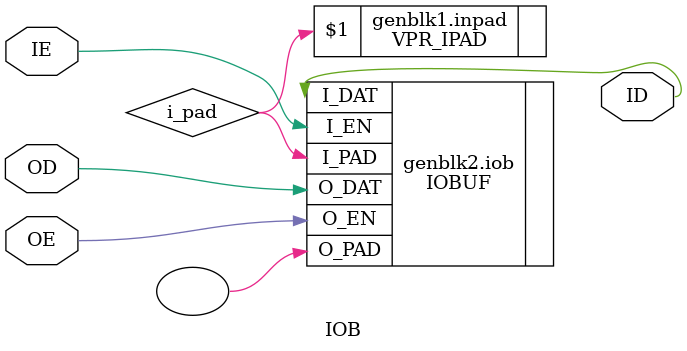
<source format=v>
`include "../vpr_pad/vpr_ipad.sim.v"
`include "../vpr_pad/vpr_opad.sim.v"
`include "./iobuf.sim.v"

(* MODES="INPUT;OUTPUT;INOUT" *)
module IOB(
    output wire ID,
    input  wire IE,
    input  wire OD,
    input  wire OE
);

    parameter MODE = "INPUT";

    (* pack="IPAD_TO_IBUF" *)
    wire i_pad;

    (* pack="OBUF_TO_OPAD" *)
    wire o_pad;

    // Input or inout mode
    generate if (MODE == "INPUT" || MODE == "INOUT") begin

        (* keep *)
        VPR_IPAD inpad(i_pad);

    // Output or inout mode
    end else if (MODE == "OUTPUT" || MODE == "INOUT") begin

        (* keep *)
        VPR_OPAD outpad(o_pad);

    end endgenerate


    // IO buffer
    generate if (MODE == "INPUT") begin

        (* keep *)
        (* FASM_PREFIX="INTERFACE.BIDIR" *)
        IOBUF iob(
            .I_PAD(i_pad),
            .I_DAT(ID),
            .I_EN (IE),
            .O_PAD(),
            .O_DAT(OD),
            .O_EN (OE)
        );

    end else if (MODE == "OUTPUT") begin
    
        (* keep *)
        (* FASM_PREFIX="INTERFACE.BIDIR" *)
        IOBUF iob(
            .I_PAD(),
            .I_DAT(ID),
            .I_EN (IE),
            .O_PAD(o_pad),
            .O_DAT(OD),
            .O_EN (OE)
        );

    end else if (MODE == "INOUT") begin
    
        (* keep *)
        (* FASM_PREFIX="INTERFACE.BIDIR" *)
        IOBUF iob(
            .I_PAD(i_pad),
            .I_DAT(ID),
            .I_EN (IE),
            .O_PAD(o_pad),
            .O_DAT(OD),
            .O_EN (OE)
        );

    end endgenerate

endmodule

</source>
